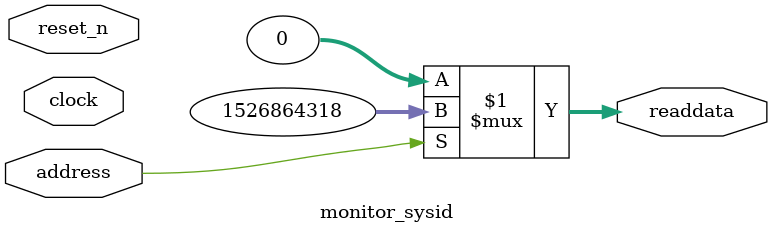
<source format=v>



// synthesis translate_off
`timescale 1ns / 1ps
// synthesis translate_on

// turn off superfluous verilog processor warnings 
// altera message_level Level1 
// altera message_off 10034 10035 10036 10037 10230 10240 10030 

module monitor_sysid (
               // inputs:
                address,
                clock,
                reset_n,

               // outputs:
                readdata
             )
;

  output  [ 31: 0] readdata;
  input            address;
  input            clock;
  input            reset_n;

  wire    [ 31: 0] readdata;
  //control_slave, which is an e_avalon_slave
  assign readdata = address ? 1526864318 : 0;

endmodule



</source>
